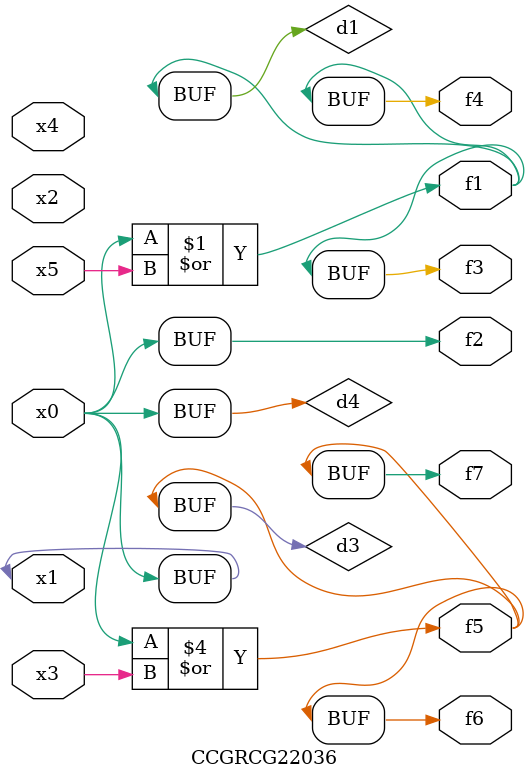
<source format=v>
module CCGRCG22036(
	input x0, x1, x2, x3, x4, x5,
	output f1, f2, f3, f4, f5, f6, f7
);

	wire d1, d2, d3, d4;

	or (d1, x0, x5);
	xnor (d2, x1, x4);
	or (d3, x0, x3);
	buf (d4, x0, x1);
	assign f1 = d1;
	assign f2 = d4;
	assign f3 = d1;
	assign f4 = d1;
	assign f5 = d3;
	assign f6 = d3;
	assign f7 = d3;
endmodule

</source>
